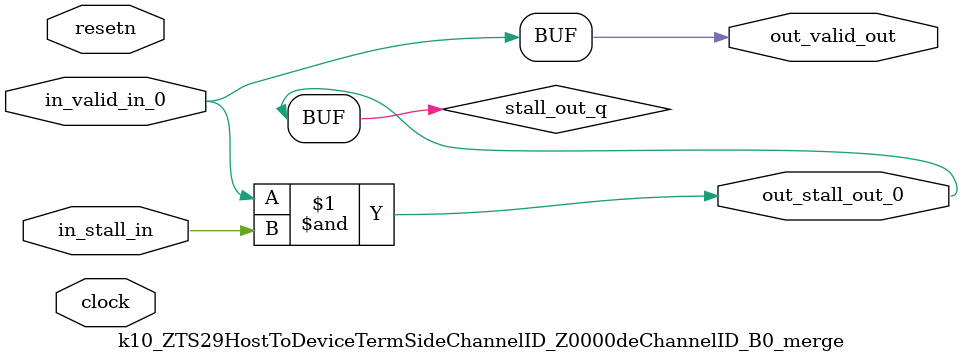
<source format=sv>



(* altera_attribute = "-name AUTO_SHIFT_REGISTER_RECOGNITION OFF; -name MESSAGE_DISABLE 10036; -name MESSAGE_DISABLE 10037; -name MESSAGE_DISABLE 14130; -name MESSAGE_DISABLE 14320; -name MESSAGE_DISABLE 15400; -name MESSAGE_DISABLE 14130; -name MESSAGE_DISABLE 10036; -name MESSAGE_DISABLE 12020; -name MESSAGE_DISABLE 12030; -name MESSAGE_DISABLE 12010; -name MESSAGE_DISABLE 12110; -name MESSAGE_DISABLE 14320; -name MESSAGE_DISABLE 13410; -name MESSAGE_DISABLE 113007; -name MESSAGE_DISABLE 10958" *)
module k10_ZTS29HostToDeviceTermSideChannelID_Z0000deChannelID_B0_merge (
    input wire [0:0] in_stall_in,
    input wire [0:0] in_valid_in_0,
    output wire [0:0] out_stall_out_0,
    output wire [0:0] out_valid_out,
    input wire clock,
    input wire resetn
    );

    wire [0:0] stall_out_q;


    // stall_out(LOGICAL,6)
    assign stall_out_q = in_valid_in_0 & in_stall_in;

    // out_stall_out_0(GPOUT,4)
    assign out_stall_out_0 = stall_out_q;

    // out_valid_out(GPOUT,5)
    assign out_valid_out = in_valid_in_0;

endmodule

</source>
